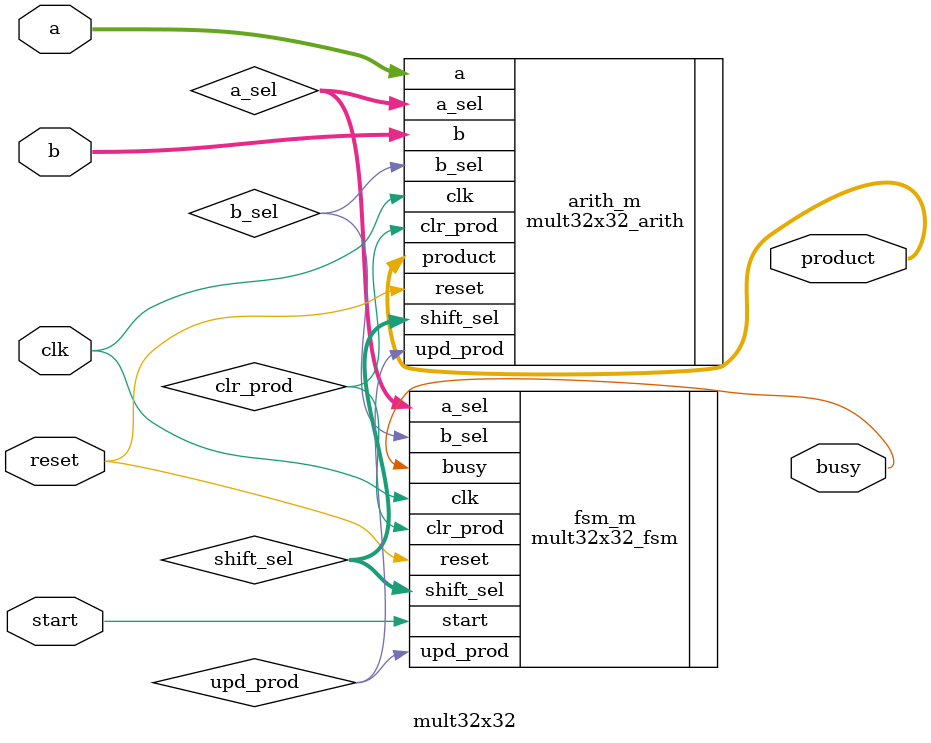
<source format=sv>
module mult32x32 (
    input logic clk,            // Clock
    input logic reset,          // Reset
    input logic start,          // Start signal
    input logic [31:0] a,       // Input a
    input logic [31:0] b,       // Input b
    output logic busy,          // Multiplier busy indication
    output logic [63:0] product // Miltiplication product
);

// Put your code here
// ------------------
    logic [1:0] a_sel;
    logic b_sel;
    logic [2:0] shift_sel;
    logic upd_prod;
    logic clr_prod;

    mult32x32_fsm fsm_m(
        .clk(clk),
        .reset(reset),
        .start(start),
        .busy(busy),
        .a_sel(a_sel),
        .b_sel(b_sel),
        .shift_sel(shift_sel),
        .upd_prod(upd_prod),
        .clr_prod(clr_prod)
    );

    mult32x32_arith arith_m(
        .clk(clk),
        .reset(reset),
        .a(a),
        .b(b),
        .a_sel(a_sel),
        .b_sel(b_sel),
        .shift_sel(shift_sel),
        .upd_prod(upd_prod),
        .clr_prod(clr_prod),
        .product(product)
    );

// End of your code

endmodule

</source>
